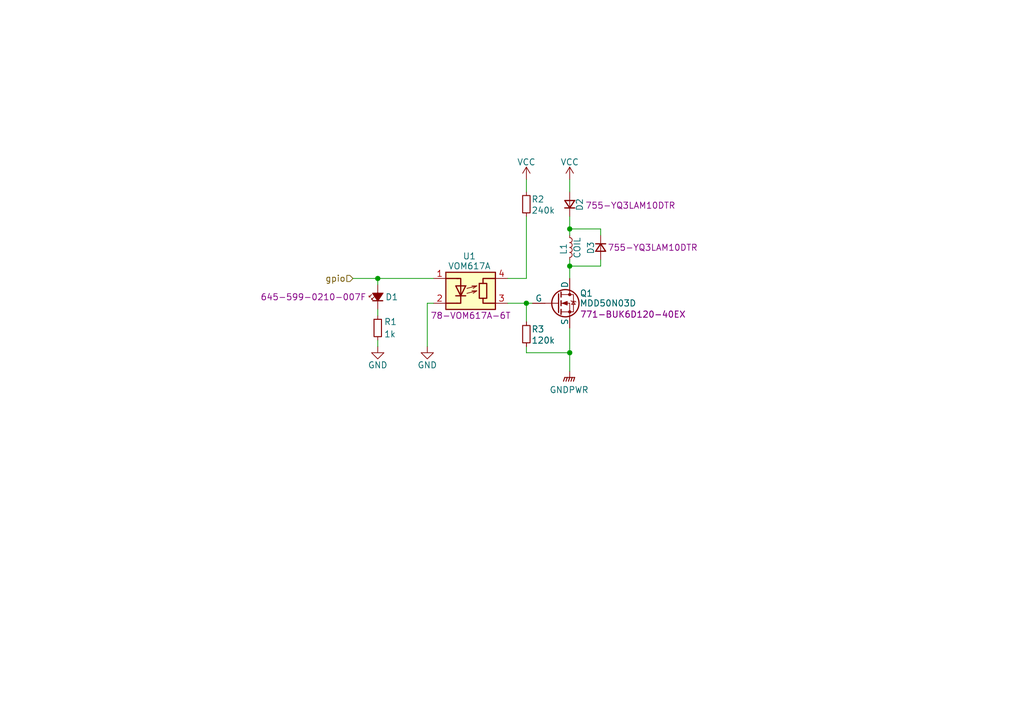
<source format=kicad_sch>
(kicad_sch (version 20231120) (generator "eeschema") (generator_version "8.0")
  (paper "A5")
  (lib_symbols
    (symbol "Device:D_Small" (pin_numbers hide) (pin_names (offset 0.254) hide)
      (property "Reference" "D" (at -1.27 2.032 0))
      (property "Value" "D_Small" (at -3.81 -2.032 0))
      (symbol "D_Small_0_1"
        (polyline (pts (xy -0.762 -1.016) (xy -0.762 1.016)) (stroke (width 0.254)))
        (polyline (pts (xy -0.762 0) (xy 0.762 0)))
        (polyline (pts (xy 0.762 -1.016) (xy -0.762 0) (xy 0.762 1.016) (xy 0.762 -1.016)) (stroke (width 0.254)))
      )
      (symbol "D_Small_1_1"
        (pin passive line (at -2.54 0 0) (length 1.778) (name "K") (number "1"))
        (pin passive line (at 2.54 0 180) (length 1.778) (name "A") (number "2"))
      )
    )
    (symbol "Device:LED_Small_Filled" (pin_numbers hide) (pin_names (offset 0.254) hide)
      (property "Reference" "D" (at -1.27 3.175 0))
      (property "Value" "LED_Small_Filled" (at -4.445 -2.54 0))
      (symbol "LED_Small_Filled_0_1"
        (polyline (pts (xy -0.762 -1.016) (xy -0.762 1.016)) (stroke (width 0.254)))
        (polyline (pts (xy 1.016 0) (xy -0.762 0)))
        (polyline (pts (xy 0.762 -1.016) (xy -0.762 0) (xy 0.762 1.016) (xy 0.762 -1.016)) (stroke (width 0.254)) (fill (type outline)))
        (polyline (pts (xy 0 0.762) (xy -0.508 1.27) (xy -0.254 1.27) (xy -0.508 1.27) (xy -0.508 1.016)))
        (polyline (pts (xy 0.508 1.27) (xy 0 1.778) (xy 0.254 1.778) (xy 0 1.778) (xy 0 1.524)))
      )
      (symbol "LED_Small_Filled_1_1"
        (pin passive line (at -2.54 0 0) (length 1.778) (name "K") (number "1"))
        (pin passive line (at 2.54 0 180) (length 1.778) (name "A") (number "2"))
      )
    )
    (symbol "Device:L_Small" (pin_numbers hide) (pin_names (offset 0.254) hide)
      (property "Reference" "L" (at 0.762 1.016 0))
      (property "Value" "L_Small" (at 0.762 -1.016 0))
      (symbol "L_Small_0_1"
        (arc (start 0 -2.032) (mid 0.5058 -1.524) (end 0 -1.016))
        (arc (start 0 -1.016) (mid 0.5058 -0.508) (end 0 0))
        (arc (start 0 0) (mid 0.5058 0.508) (end 0 1.016))
        (arc (start 0 1.016) (mid 0.5058 1.524) (end 0 2.032))
      )
      (symbol "L_Small_1_1"
        (pin passive line (at 0 2.54 270) (length 0.508) (name "~") (number "1"))
        (pin passive line (at 0 -2.54 90) (length 0.508) (name "~") (number "2"))
      )
    )
    (symbol "Device:R_Small" (pin_numbers hide) (pin_names (offset 0.254) hide)
      (property "Reference" "R" (at 0.762 0.508 0))
      (property "Value" "R_Small" (at 0.762 -1.016 0))
      (symbol "R_Small_0_1"
        (rectangle (start -0.762 1.778) (end 0.762 -1.778) (stroke (width 0.2032)))
      )
      (symbol "R_Small_1_1"
        (pin passive line (at 0 2.54 270) (length 0.762) (name "~") (number "1"))
        (pin passive line (at 0 -2.54 90) (length 0.762) (name "~") (number "2"))
      )
    )
    (symbol "Isolator:NSL-32" (pin_names (offset 0.762) hide)
      (property "Reference" "U" (at 0 5.08 0))
      (property "Value" "NSL-32" (at 0 -5.08 0))
      (symbol "NSL-32_0_1"
        (rectangle (start -5.08 3.81) (end 5.08 -3.81) (stroke (width 0.254)) (fill (type background)))
        (polyline (pts (xy -5.08 2.54) (xy -2.54 2.54)) (stroke (width 0.254)))
        (polyline (pts (xy -2.794 -2.54) (xy -5.08 -2.54)) (stroke (width 0.254)))
        (polyline (pts (xy -1.016 -1.016) (xy -3.048 -1.016) (xy -3.048 -1.016)) (stroke (width 0.254)))
        (polyline (pts (xy -0.762 -0.508) (xy 1.27 0) (xy 1.27 0)))
        (polyline (pts (xy -0.762 0.508) (xy 1.27 1.016) (xy 1.27 1.016)))
        (polyline (pts (xy 2.54 -1.524) (xy 2.54 -2.54) (xy 5.08 -2.54)) (stroke (width 0.254)))
        (polyline (pts (xy 2.54 1.524) (xy 2.54 2.54) (xy 5.08 2.54)) (stroke (width 0.254)))
        (polyline (pts (xy -2.794 -2.54) (xy -2.032 -2.54) (xy -2.032 2.54) (xy -2.794 2.54)) (stroke (width 0.254)))
        (polyline (pts (xy 0.254 0) (xy 1.27 0) (xy 0.508 -0.508) (xy 0.508 -0.508)))
        (polyline (pts (xy 0.254 1.016) (xy 1.27 1.016) (xy 0.508 0.508) (xy 0.508 0.508)))
        (polyline (pts (xy -1.016 1.016) (xy -3.048 1.016) (xy -2.032 -1.016) (xy -1.016 1.016) (xy -1.016 1.016) (xy -1.016 1.016)) (stroke (width 0.254)))
        (rectangle (start 1.778 1.524) (end 3.302 -1.524) (stroke (width 0.254)))
      )
      (symbol "NSL-32_1_1"
        (pin passive line (at -7.62 2.54 0) (length 2.54) (name "A") (number "1"))
        (pin passive line (at -7.62 -2.54 0) (length 2.54) (name "K") (number "2"))
        (pin passive line (at 7.62 -2.54 180) (length 2.54) (name "R") (number "3"))
        (pin passive line (at 7.62 2.54 180) (length 2.54) (name "R") (number "4"))
      )
    )
    (symbol "Simulation_SPICE:NMOS" (pin_numbers hide) (pin_names (offset 0))
      (property "Reference" "Q" (at 5.08 1.27 0))
      (property "Value" "NMOS" (at 5.08 -1.27 0))
      (symbol "NMOS_0_1"
        (polyline (pts (xy 0.254 0) (xy -2.54 0)))
        (polyline (pts (xy 0.254 1.905) (xy 0.254 -1.905)) (stroke (width 0.254)))
        (polyline (pts (xy 0.762 -1.27) (xy 0.762 -2.286)) (stroke (width 0.254)))
        (polyline (pts (xy 0.762 0.508) (xy 0.762 -0.508)) (stroke (width 0.254)))
        (polyline (pts (xy 0.762 2.286) (xy 0.762 1.27)) (stroke (width 0.254)))
        (polyline (pts (xy 2.54 2.54) (xy 2.54 1.778)))
        (polyline (pts (xy 2.54 -2.54) (xy 2.54 0) (xy 0.762 0)))
        (polyline (pts (xy 0.762 -1.778) (xy 3.302 -1.778) (xy 3.302 1.778) (xy 0.762 1.778)))
        (polyline (pts (xy 1.016 0) (xy 2.032 0.381) (xy 2.032 -0.381) (xy 1.016 0)) (fill (type outline)))
        (polyline (pts (xy 2.794 0.508) (xy 2.921 0.381) (xy 3.683 0.381) (xy 3.81 0.254)))
        (polyline (pts (xy 3.302 0.381) (xy 2.921 -0.254) (xy 3.683 -0.254) (xy 3.302 0.381)))
        (circle (center 1.651 0) (radius 2.794) (stroke (width 0.254)))
        (circle (center 2.54 -1.778) (radius 0.254) (fill (type outline)))
        (circle (center 2.54 1.778) (radius 0.254) (fill (type outline)))
      )
      (symbol "NMOS_1_1"
        (pin passive line (at 2.54 5.08 270) (length 2.54) (name "D") (number "1"))
        (pin input line (at -5.08 0 0) (length 2.54) (name "G") (number "2"))
        (pin passive line (at 2.54 -5.08 90) (length 2.54) (name "S") (number "3"))
      )
    )
    (symbol "power:GND" (power) (pin_numbers hide) (pin_names (offset 0) hide)
      (property "Value" "GND" (at 0 -3.81 0))
      (symbol "GND_0_1"
        (polyline (pts (xy 0 0) (xy 0 -1.27) (xy 1.27 -1.27) (xy 0 -2.54) (xy -1.27 -1.27) (xy 0 -1.27)))
      )
      (symbol "GND_1_1"
        (pin power_in line (at 0 0 270) (length 0) (name "~") (number "1"))
      )
    )
    (symbol "power:GNDPWR" (power) (pin_numbers hide) (pin_names (offset 0) hide)
      (property "Value" "GNDPWR" (at 0 -3.302 0))
      (symbol "GNDPWR_0_1"
        (polyline (pts (xy 0 -1.27) (xy 0 0)))
        (polyline (pts (xy -1.016 -1.27) (xy -1.27 -2.032) (xy -1.27 -2.032)) (stroke (width 0.2032)))
        (polyline (pts (xy -0.508 -1.27) (xy -0.762 -2.032) (xy -0.762 -2.032)) (stroke (width 0.2032)))
        (polyline (pts (xy 0 -1.27) (xy -0.254 -2.032) (xy -0.254 -2.032)) (stroke (width 0.2032)))
        (polyline (pts (xy 0.508 -1.27) (xy 0.254 -2.032) (xy 0.254 -2.032)) (stroke (width 0.2032)))
        (polyline (pts (xy 1.016 -1.27) (xy -1.016 -1.27) (xy -1.016 -1.27)) (stroke (width 0.2032)))
        (polyline (pts (xy 1.016 -1.27) (xy 0.762 -2.032) (xy 0.762 -2.032) (xy 0.762 -2.032)) (stroke (width 0.2032)))
      )
      (symbol "GNDPWR_1_1"
        (pin power_in line (at 0 0 270) (length 0) (name "~") (number "1"))
      )
    )
    (symbol "power:VCC" (power) (pin_numbers hide) (pin_names (offset 0) hide)
      (property "Value" "VCC" (at 0 3.556 0))
      (symbol "VCC_0_1"
        (polyline (pts (xy -0.762 1.27) (xy 0 2.54)))
        (polyline (pts (xy 0 0) (xy 0 2.54)))
        (polyline (pts (xy 0 2.54) (xy 0.762 1.27)))
      )
      (symbol "VCC_1_1"
        (pin power_in line (at 0 0 90) (length 0) (name "~") (number "1"))
      )
    )
  )
  (junction (at 107.95 62.23))
  (junction (at 77.47 57.15))
  (junction (at 116.84 54.61))
  (junction (at 116.84 72.39))
  (junction (at 116.84 46.99))
  (wire (pts (xy 77.47 57.15) (xy 88.9 57.15)))
  (wire (pts (xy 88.9 62.23) (xy 87.63 62.23)))
  (wire (pts (xy 107.95 71.12) (xy 107.95 72.39)))
  (wire (pts (xy 116.84 53.34) (xy 116.84 54.61)))
  (wire (pts (xy 107.95 62.23) (xy 107.95 66.04)))
  (wire (pts (xy 123.19 54.61) (xy 116.84 54.61)))
  (wire (pts (xy 116.84 67.31) (xy 116.84 72.39)))
  (wire (pts (xy 123.19 46.99) (xy 116.84 46.99)))
  (wire (pts (xy 116.84 36.83) (xy 116.84 39.37)))
  (wire (pts (xy 77.47 69.85) (xy 77.47 71.12)))
  (wire (pts (xy 107.95 62.23) (xy 109.22 62.23)))
  (wire (pts (xy 107.95 57.15) (xy 104.14 57.15)))
  (wire (pts (xy 116.84 72.39) (xy 116.84 76.2)))
  (wire (pts (xy 116.84 46.99) (xy 116.84 48.26)))
  (wire (pts (xy 77.47 63.5) (xy 77.47 64.77)))
  (wire (pts (xy 77.47 57.15) (xy 77.47 58.42)))
  (wire (pts (xy 123.19 53.34) (xy 123.19 54.61)))
  (wire (pts (xy 87.63 62.23) (xy 87.63 71.12)))
  (wire (pts (xy 72.39 57.15) (xy 77.47 57.15)))
  (wire (pts (xy 116.84 54.61) (xy 116.84 57.15)))
  (wire (pts (xy 116.84 44.45) (xy 116.84 46.99)))
  (wire (pts (xy 107.95 36.83) (xy 107.95 39.37)))
  (wire (pts (xy 107.95 72.39) (xy 116.84 72.39)))
  (wire (pts (xy 104.14 62.23) (xy 107.95 62.23)))
  (wire (pts (xy 123.19 46.99) (xy 123.19 48.26)))
  (wire (pts (xy 107.95 44.45) (xy 107.95 57.15)))
  (hierarchical_label "gpio" (shape input) (at 72.39 57.15 180))
  (symbol (lib_id "Device:R_Small") (at 77.47 67.31 0) (unit 1)
    (property "Reference" "R1" (at 78.74 66.04 0) (effects (justify left)))
    (property "Value" "1k" (at 78.74 68.58 0) (effects (justify left)))
    (property "Description" "Resistor, small symbol" (effects (hide yes)))
  )
  (symbol (lib_id "power:GND") (at 87.63 71.12 0) (unit 1)
    (property "Reference" "#PWR05" (effects (hide yes)))
    (property "Value" "GND" (at 87.63 74.93 0))
    (property "Description" "Power symbol creates a global label with name \"GND\" , ground" (effects (hide yes)))
  )
  (symbol (lib_id "Device:L_Small") (at 116.84 50.8 0) (unit 1)
    (property "Reference" "L1" (at 115.57 52.324 90) (effects (justify left)))
    (property "Value" "COIL" (at 118.364 53.086 90) (effects (justify left)))
    (property "Description" "Inductor, small symbol" (effects (hide yes)))
  )
  (symbol (lib_id "power:VCC") (at 116.84 36.83 0) (unit 1)
    (property "Reference" "#PWR04" (effects (hide yes)))
    (property "Value" "VCC" (at 116.84 33.274 0))
    (property "Description" "Power symbol creates a global label with name \"VCC\"" (effects (hide yes)))
  )
  (symbol (lib_id "Device:D_Small") (at 116.84 41.91 90) (unit 1)
    (property "Reference" "D2" (at 118.872 40.64 0) (effects (justify right)))
    (property "Value" "D_Small" (effects (hide yes)))
    (property "Description" "Diode, small symbol" (effects (hide yes)))
    (property "MOUSER" " 755-YQ3LAM10DTR " (at 129.286 42.164 90))
    (property "MFR" " YQ3LAM10DTR " (effects (hide yes)))
  )
  (symbol (lib_id "Device:R_Small") (at 107.95 41.91 0) (unit 1)
    (property "Reference" "R2" (at 108.966 40.894 0) (effects (justify left)))
    (property "Value" "240k" (at 108.966 43.18 0) (effects (justify left)))
    (property "Description" "Resistor, small symbol" (effects (hide yes)))
  )
  (symbol (lib_id "power:GNDPWR") (at 116.84 76.2 0) (unit 1)
    (property "Reference" "#PWR01" (effects (hide yes)))
    (property "Value" "GNDPWR" (at 116.713 80.01 0))
    (property "Description" "Power symbol creates a global label with name \"GNDPWR\" , global ground" (effects (hide yes)))
  )
  (symbol (lib_id "Device:R_Small") (at 107.95 68.58 0) (unit 1)
    (property "Reference" "R3" (at 108.966 67.564 0) (effects (justify left)))
    (property "Value" "120k" (at 108.966 69.85 0) (effects (justify left)))
    (property "Description" "Resistor, small symbol" (effects (hide yes)))
  )
  (symbol (lib_id "power:VCC") (at 107.95 36.83 0) (unit 1)
    (property "Reference" "#PWR03" (effects (hide yes)))
    (property "Value" "VCC" (at 107.95 33.274 0))
    (property "Description" "Power symbol creates a global label with name \"VCC\"" (effects (hide yes)))
  )
  (symbol (lib_id "power:GND") (at 77.47 71.12 0) (unit 1)
    (property "Reference" "#PWR02" (effects (hide yes)))
    (property "Value" "GND" (at 77.47 74.93 0))
    (property "Description" "Power symbol creates a global label with name \"GND\" , ground" (effects (hide yes)))
  )
  (symbol (lib_id "Device:LED_Small_Filled") (at 77.47 60.96 90) (unit 1)
    (property "Reference" "D1" (at 78.994 60.96 90) (effects (justify right)))
    (property "Value" "LED_Small_Filled" (effects (hide yes)))
    (property "Description" "Light emitting diode, small symbol, filled shape" (effects (hide yes)))
    (property "MFR" " 599-0210-007F " (effects (hide yes)))
    (property "MOUSER" " 645-599-0210-007F " (at 64.262 60.96 90))
  )
  (symbol (lib_id "Isolator:NSL-32") (at 96.52 59.69 0) (unit 1)
    (property "Reference" "U1" (at 96.266 52.578 0))
    (property "Value" "VOM617A" (at 96.266 54.61 0))
    (property "Footprint" "OptoDevice:Luna_NSL-32" (effects (hide yes)))
    (property "MFR" " VOM617A-6T" (effects (hide yes)))
    (property "MOUSER" " 78-VOM617A-6T " (at 96.52 64.77 0))
  )
  (symbol (lib_id "Simulation_SPICE:NMOS") (at 114.3 62.23 0) (unit 1)
    (property "Reference" "Q1" (at 118.872 60.198 0) (effects (justify left)))
    (property "Value" "MDD50N03D" (at 118.872 62.23 0) (effects (justify left)))
    (property "Footprint" "Package_TO_SOT_SMD:TO-252-2" (effects (hide yes)))
    (property "MFR" " BUK6D120-40EX " (effects (hide yes)))
    (property "MOUSER" " 771-BUK6D120-40EX " (at 129.794 64.516 0))
  )
  (symbol (lib_id "Device:D_Small") (at 123.19 50.8 270) (unit 1)
    (property "Reference" "D3" (at 121.158 49.53 0) (effects (justify left)))
    (property "Value" "D_Small" (effects (hide yes)))
    (property "Description" "Diode, small symbol" (effects (hide yes)))
    (property "MOUSER" " 755-YQ3LAM10DTR " (at 133.858 50.8 90))
    (property "MFR" " YQ3LAM10DTR " (effects (hide yes)))
  )
)
</source>
